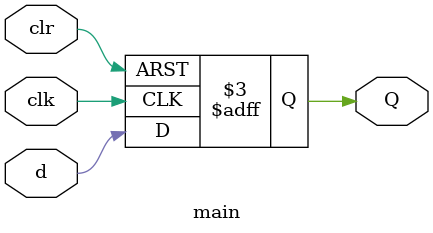
<source format=v>
`timescale 1ns/1ps

module main(
    output reg Q,
    input d, clr, clk
    );

    always @(posedge clk or posedge clr) begin
        if (clr == 1) begin
            Q <= 0;
        end
        else begin
            Q <= d;
        end

    end
endmodule
</source>
